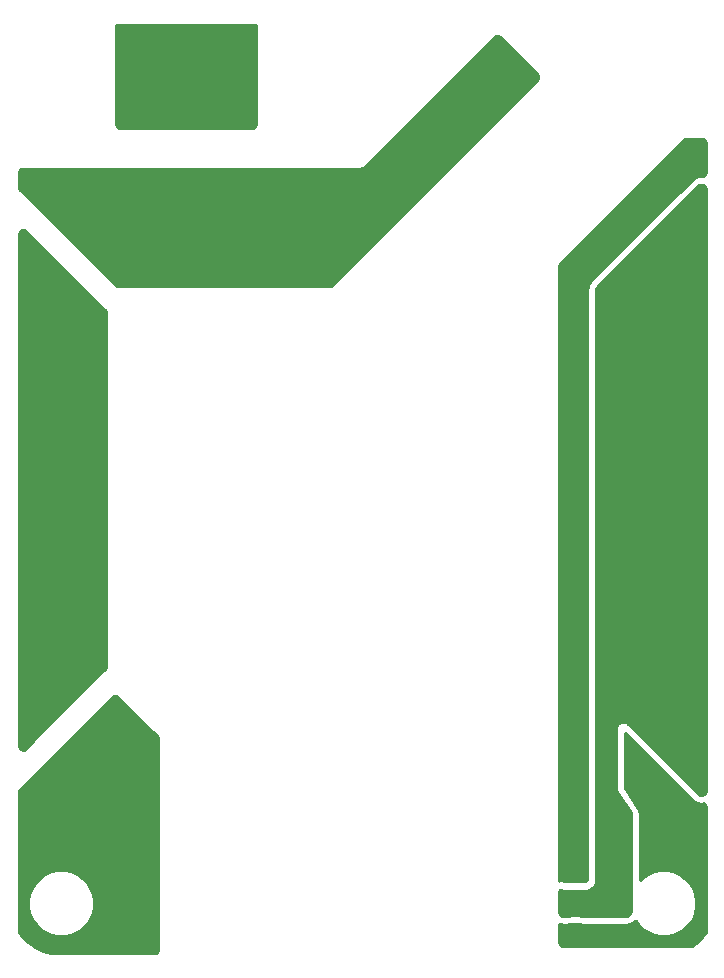
<source format=gbr>
%TF.GenerationSoftware,KiCad,Pcbnew,(5.1.9-0-10_14)*%
%TF.CreationDate,2021-04-08T14:44:04+02:00*%
%TF.ProjectId,Transformer-DBX286s,5472616e-7366-46f7-926d-65722d444258,rev?*%
%TF.SameCoordinates,Original*%
%TF.FileFunction,Copper,L2,Bot*%
%TF.FilePolarity,Positive*%
%FSLAX46Y46*%
G04 Gerber Fmt 4.6, Leading zero omitted, Abs format (unit mm)*
G04 Created by KiCad (PCBNEW (5.1.9-0-10_14)) date 2021-04-08 14:44:04*
%MOMM*%
%LPD*%
G01*
G04 APERTURE LIST*
%TA.AperFunction,ComponentPad*%
%ADD10O,2.190000X1.740000*%
%TD*%
%TA.AperFunction,ComponentPad*%
%ADD11C,2.000000*%
%TD*%
%TA.AperFunction,ComponentPad*%
%ADD12O,1.300000X1.800000*%
%TD*%
%TA.AperFunction,ComponentPad*%
%ADD13C,3.000000*%
%TD*%
%TA.AperFunction,Conductor*%
%ADD14C,0.254000*%
%TD*%
%TA.AperFunction,Conductor*%
%ADD15C,0.100000*%
%TD*%
G04 APERTURE END LIST*
D10*
%TO.P,J3,3*%
%TO.N,/OUT3*%
X168000000Y-137540000D03*
%TO.P,J3,2*%
%TO.N,/OUT2*%
X168000000Y-135000000D03*
%TO.P,J3,1*%
%TO.N,/OUT1*%
%TA.AperFunction,ComponentPad*%
G36*
G01*
X167154999Y-131590000D02*
X168845001Y-131590000D01*
G75*
G02*
X169095000Y-131839999I0J-249999D01*
G01*
X169095000Y-133080001D01*
G75*
G02*
X168845001Y-133330000I-249999J0D01*
G01*
X167154999Y-133330000D01*
G75*
G02*
X166905000Y-133080001I0J249999D01*
G01*
X166905000Y-131839999D01*
G75*
G02*
X167154999Y-131590000I249999J0D01*
G01*
G37*
%TD.AperFunction*%
%TD*%
D11*
%TO.P,J2,1*%
%TO.N,/IN2*%
X131000000Y-132460000D03*
X131000000Y-137540000D03*
%TD*%
D12*
%TO.P,T2,4*%
%TO.N,/IN2*%
X124600000Y-122860000D03*
%TO.P,T2,3*%
%TO.N,/IN3*%
X124600000Y-117780000D03*
%TO.P,T2,2*%
X124600000Y-82220000D03*
%TO.P,T2,1*%
%TO.N,/IN1*%
X124600000Y-77140000D03*
%TO.P,T2,5*%
%TO.N,/OUT1*%
X175400000Y-74600000D03*
%TO.P,T2,6*%
%TO.N,/OUT2*%
X175400000Y-79680000D03*
%TO.P,T2,7*%
X175400000Y-120320000D03*
%TO.P,T2,8*%
%TO.N,/OUT3*%
X175400000Y-125400000D03*
%TD*%
%TO.P,T3,4*%
%TO.N,/IN2*%
X127140000Y-120320000D03*
%TO.P,T3,3*%
%TO.N,/IN3*%
X127140000Y-115240000D03*
%TO.P,T3,2*%
X127140000Y-84760000D03*
%TO.P,T3,1*%
%TO.N,/IN1*%
X127140000Y-79680000D03*
%TO.P,T3,5*%
%TO.N,/OUT1*%
X172860000Y-77140000D03*
%TO.P,T3,6*%
%TO.N,/OUT2*%
X172860000Y-82220000D03*
%TO.P,T3,7*%
X172860000Y-117780000D03*
%TO.P,T3,8*%
%TO.N,/OUT3*%
X172860000Y-122860000D03*
%TD*%
D13*
%TO.P,F1,2*%
%TO.N,Net-(F1-Pad2)*%
X138750000Y-65075000D03*
%TO.P,F1,1*%
%TO.N,/IN1*%
X161250000Y-65075000D03*
%TD*%
D12*
%TO.P,T1,8*%
%TO.N,/OUT3*%
X177940000Y-127940000D03*
%TO.P,T1,7*%
%TO.N,/OUT2*%
X177940000Y-122860000D03*
%TO.P,T1,6*%
X177940000Y-77140000D03*
%TO.P,T1,5*%
%TO.N,/OUT1*%
X177940000Y-72060000D03*
%TO.P,T1,1*%
%TO.N,/IN1*%
X122060000Y-74600000D03*
%TO.P,T1,2*%
%TO.N,/IN3*%
X122060000Y-79680000D03*
%TO.P,T1,3*%
X122060000Y-120320000D03*
%TO.P,T1,4*%
%TO.N,/IN2*%
X122060000Y-125400000D03*
%TD*%
D11*
%TO.P,J1,1*%
%TO.N,Net-(F1-Pad2)*%
X131000000Y-67540000D03*
X131000000Y-62460000D03*
%TD*%
D14*
%TO.N,/IN3*%
X121344366Y-77992744D02*
X127966233Y-84614614D01*
X127991419Y-84635284D01*
X127995540Y-84639405D01*
X128002702Y-84645204D01*
X128032187Y-84668742D01*
X128041549Y-84676425D01*
X128042344Y-84676850D01*
X128071188Y-84699876D01*
X128121339Y-84732445D01*
X128171068Y-84765735D01*
X128179219Y-84770033D01*
X128239662Y-84801363D01*
X128268960Y-84872095D01*
X128283000Y-84978741D01*
X128283000Y-115021259D01*
X128268960Y-115127905D01*
X128239930Y-115197988D01*
X128165830Y-115237721D01*
X128116126Y-115270995D01*
X128065958Y-115303574D01*
X128058797Y-115309373D01*
X127991081Y-115364995D01*
X127991078Y-115364998D01*
X127966234Y-115385387D01*
X121344364Y-122007256D01*
X121260792Y-122011362D01*
X121152730Y-121984293D01*
X121057177Y-121927022D01*
X120982365Y-121844479D01*
X120934735Y-121743773D01*
X120917000Y-121624215D01*
X120917000Y-78375785D01*
X120934735Y-78256227D01*
X120982365Y-78155521D01*
X121057177Y-78072978D01*
X121152730Y-78015707D01*
X121260792Y-77988638D01*
X121344366Y-77992744D01*
%TA.AperFunction,Conductor*%
D15*
G36*
X121344366Y-77992744D02*
G01*
X127966233Y-84614614D01*
X127991419Y-84635284D01*
X127995540Y-84639405D01*
X128002702Y-84645204D01*
X128032187Y-84668742D01*
X128041549Y-84676425D01*
X128042344Y-84676850D01*
X128071188Y-84699876D01*
X128121339Y-84732445D01*
X128171068Y-84765735D01*
X128179219Y-84770033D01*
X128239662Y-84801363D01*
X128268960Y-84872095D01*
X128283000Y-84978741D01*
X128283000Y-115021259D01*
X128268960Y-115127905D01*
X128239930Y-115197988D01*
X128165830Y-115237721D01*
X128116126Y-115270995D01*
X128065958Y-115303574D01*
X128058797Y-115309373D01*
X127991081Y-115364995D01*
X127991078Y-115364998D01*
X127966234Y-115385387D01*
X121344364Y-122007256D01*
X121260792Y-122011362D01*
X121152730Y-121984293D01*
X121057177Y-121927022D01*
X120982365Y-121844479D01*
X120934735Y-121743773D01*
X120917000Y-121624215D01*
X120917000Y-78375785D01*
X120934735Y-78256227D01*
X120982365Y-78155521D01*
X121057177Y-78072978D01*
X121152730Y-78015707D01*
X121260792Y-77988638D01*
X121344366Y-77992744D01*
G37*
%TD.AperFunction*%
%TD*%
D14*
%TO.N,/IN2*%
X129143323Y-117496460D02*
X129234954Y-117534416D01*
X129320288Y-117599894D01*
X132610523Y-120890129D01*
X132676007Y-120975469D01*
X132713960Y-121067095D01*
X132728000Y-121173741D01*
X132728000Y-138853679D01*
X132713960Y-138960325D01*
X132676007Y-139051951D01*
X132615632Y-139130632D01*
X132536951Y-139191007D01*
X132445325Y-139228960D01*
X132338679Y-139243000D01*
X123637510Y-139243000D01*
X122988110Y-139065344D01*
X122292096Y-138733363D01*
X121665870Y-138283374D01*
X121129223Y-137729597D01*
X120917000Y-137413776D01*
X120917000Y-134725701D01*
X121715000Y-134725701D01*
X121715000Y-135274299D01*
X121822026Y-135812354D01*
X122031965Y-136319192D01*
X122336750Y-136775334D01*
X122724666Y-137163250D01*
X123180808Y-137468035D01*
X123687646Y-137677974D01*
X124225701Y-137785000D01*
X124774299Y-137785000D01*
X125312354Y-137677974D01*
X125819192Y-137468035D01*
X126275334Y-137163250D01*
X126663250Y-136775334D01*
X126968035Y-136319192D01*
X127177974Y-135812354D01*
X127285000Y-135274299D01*
X127285000Y-134725701D01*
X127177974Y-134187646D01*
X126968035Y-133680808D01*
X126663250Y-133224666D01*
X126275334Y-132836750D01*
X125819192Y-132531965D01*
X125312354Y-132322026D01*
X124774299Y-132215000D01*
X124225701Y-132215000D01*
X123687646Y-132322026D01*
X123180808Y-132531965D01*
X122724666Y-132836750D01*
X122336750Y-133224666D01*
X122031965Y-133680808D01*
X121822026Y-134187646D01*
X121715000Y-134725701D01*
X120917000Y-134725701D01*
X120917000Y-125618741D01*
X120931040Y-125512095D01*
X120960069Y-125442014D01*
X121034165Y-125402285D01*
X121083856Y-125369020D01*
X121134047Y-125336425D01*
X121141208Y-125330625D01*
X121208924Y-125275003D01*
X121208932Y-125274995D01*
X121233766Y-125254614D01*
X128998779Y-117489600D01*
X129045000Y-117483515D01*
X129143323Y-117496460D01*
%TA.AperFunction,Conductor*%
D15*
G36*
X129143323Y-117496460D02*
G01*
X129234954Y-117534416D01*
X129320288Y-117599894D01*
X132610523Y-120890129D01*
X132676007Y-120975469D01*
X132713960Y-121067095D01*
X132728000Y-121173741D01*
X132728000Y-138853679D01*
X132713960Y-138960325D01*
X132676007Y-139051951D01*
X132615632Y-139130632D01*
X132536951Y-139191007D01*
X132445325Y-139228960D01*
X132338679Y-139243000D01*
X123637510Y-139243000D01*
X122988110Y-139065344D01*
X122292096Y-138733363D01*
X121665870Y-138283374D01*
X121129223Y-137729597D01*
X120917000Y-137413776D01*
X120917000Y-134725701D01*
X121715000Y-134725701D01*
X121715000Y-135274299D01*
X121822026Y-135812354D01*
X122031965Y-136319192D01*
X122336750Y-136775334D01*
X122724666Y-137163250D01*
X123180808Y-137468035D01*
X123687646Y-137677974D01*
X124225701Y-137785000D01*
X124774299Y-137785000D01*
X125312354Y-137677974D01*
X125819192Y-137468035D01*
X126275334Y-137163250D01*
X126663250Y-136775334D01*
X126968035Y-136319192D01*
X127177974Y-135812354D01*
X127285000Y-135274299D01*
X127285000Y-134725701D01*
X127177974Y-134187646D01*
X126968035Y-133680808D01*
X126663250Y-133224666D01*
X126275334Y-132836750D01*
X125819192Y-132531965D01*
X125312354Y-132322026D01*
X124774299Y-132215000D01*
X124225701Y-132215000D01*
X123687646Y-132322026D01*
X123180808Y-132531965D01*
X122724666Y-132836750D01*
X122336750Y-133224666D01*
X122031965Y-133680808D01*
X121822026Y-134187646D01*
X121715000Y-134725701D01*
X120917000Y-134725701D01*
X120917000Y-125618741D01*
X120931040Y-125512095D01*
X120960069Y-125442014D01*
X121034165Y-125402285D01*
X121083856Y-125369020D01*
X121134047Y-125336425D01*
X121141208Y-125330625D01*
X121208924Y-125275003D01*
X121208932Y-125274995D01*
X121233766Y-125254614D01*
X128998779Y-117489600D01*
X129045000Y-117483515D01*
X129143323Y-117496460D01*
G37*
%TD.AperFunction*%
%TD*%
D14*
%TO.N,/IN1*%
X161528323Y-61616460D02*
X161619954Y-61654416D01*
X161705288Y-61719894D01*
X164785106Y-64799712D01*
X164850584Y-64885046D01*
X164888540Y-64976677D01*
X164901485Y-65075000D01*
X164888540Y-65173323D01*
X164850584Y-65264954D01*
X164785106Y-65350288D01*
X147524871Y-82610523D01*
X147439531Y-82676007D01*
X147347905Y-82713960D01*
X147241259Y-82728000D01*
X129263741Y-82728000D01*
X129209201Y-82720820D01*
X121233765Y-74745387D01*
X121208586Y-74724723D01*
X121204459Y-74720596D01*
X121197297Y-74714797D01*
X121167743Y-74691204D01*
X121158448Y-74683576D01*
X121157659Y-74683154D01*
X121128811Y-74660125D01*
X121078655Y-74627553D01*
X121028932Y-74594266D01*
X121020780Y-74589968D01*
X120960339Y-74558639D01*
X120931040Y-74487905D01*
X120917000Y-74381259D01*
X120917000Y-73211321D01*
X120931040Y-73104675D01*
X120968993Y-73013049D01*
X121029368Y-72934368D01*
X121108049Y-72873993D01*
X121199675Y-72836040D01*
X121306321Y-72822000D01*
X149789580Y-72822000D01*
X149806157Y-72820913D01*
X149937637Y-72803603D01*
X149969660Y-72795023D01*
X150092180Y-72744274D01*
X150120893Y-72727697D01*
X150226103Y-72646966D01*
X150238593Y-72636013D01*
X161154712Y-61719894D01*
X161240046Y-61654416D01*
X161331677Y-61616460D01*
X161430000Y-61603515D01*
X161528323Y-61616460D01*
%TA.AperFunction,Conductor*%
D15*
G36*
X161528323Y-61616460D02*
G01*
X161619954Y-61654416D01*
X161705288Y-61719894D01*
X164785106Y-64799712D01*
X164850584Y-64885046D01*
X164888540Y-64976677D01*
X164901485Y-65075000D01*
X164888540Y-65173323D01*
X164850584Y-65264954D01*
X164785106Y-65350288D01*
X147524871Y-82610523D01*
X147439531Y-82676007D01*
X147347905Y-82713960D01*
X147241259Y-82728000D01*
X129263741Y-82728000D01*
X129209201Y-82720820D01*
X121233765Y-74745387D01*
X121208586Y-74724723D01*
X121204459Y-74720596D01*
X121197297Y-74714797D01*
X121167743Y-74691204D01*
X121158448Y-74683576D01*
X121157659Y-74683154D01*
X121128811Y-74660125D01*
X121078655Y-74627553D01*
X121028932Y-74594266D01*
X121020780Y-74589968D01*
X120960339Y-74558639D01*
X120931040Y-74487905D01*
X120917000Y-74381259D01*
X120917000Y-73211321D01*
X120931040Y-73104675D01*
X120968993Y-73013049D01*
X121029368Y-72934368D01*
X121108049Y-72873993D01*
X121199675Y-72836040D01*
X121306321Y-72822000D01*
X149789580Y-72822000D01*
X149806157Y-72820913D01*
X149937637Y-72803603D01*
X149969660Y-72795023D01*
X150092180Y-72744274D01*
X150120893Y-72727697D01*
X150226103Y-72646966D01*
X150238593Y-72636013D01*
X161154712Y-61719894D01*
X161240046Y-61654416D01*
X161331677Y-61616460D01*
X161430000Y-61603515D01*
X161528323Y-61616460D01*
G37*
%TD.AperFunction*%
%TD*%
D14*
%TO.N,Net-(F1-Pad2)*%
X140983000Y-69003679D02*
X140968960Y-69110325D01*
X140931007Y-69201951D01*
X140870632Y-69280632D01*
X140791951Y-69341007D01*
X140700325Y-69378960D01*
X140593679Y-69393000D01*
X129561321Y-69393000D01*
X129454675Y-69378960D01*
X129363049Y-69341007D01*
X129284368Y-69280632D01*
X129223993Y-69201951D01*
X129186040Y-69110325D01*
X129172000Y-69003679D01*
X129172000Y-60660000D01*
X140983000Y-60660000D01*
X140983000Y-69003679D01*
%TA.AperFunction,Conductor*%
D15*
G36*
X140983000Y-69003679D02*
G01*
X140968960Y-69110325D01*
X140931007Y-69201951D01*
X140870632Y-69280632D01*
X140791951Y-69341007D01*
X140700325Y-69378960D01*
X140593679Y-69393000D01*
X129561321Y-69393000D01*
X129454675Y-69378960D01*
X129363049Y-69341007D01*
X129284368Y-69280632D01*
X129223993Y-69201951D01*
X129186040Y-69110325D01*
X129172000Y-69003679D01*
X129172000Y-60660000D01*
X140983000Y-60660000D01*
X140983000Y-69003679D01*
G37*
%TD.AperFunction*%
%TD*%
D14*
%TO.N,/OUT3*%
X177893777Y-126251803D02*
X177964519Y-126312825D01*
X178084259Y-126401631D01*
X178136078Y-126436256D01*
X178248609Y-126489478D01*
X178388973Y-126539700D01*
X178571736Y-126576053D01*
X178720635Y-126583368D01*
X178782951Y-126583368D01*
X178906086Y-126565103D01*
X178921609Y-126561215D01*
X178965523Y-126605129D01*
X179031007Y-126690469D01*
X179068960Y-126782095D01*
X179083000Y-126888741D01*
X179083000Y-137417156D01*
X178783374Y-137834130D01*
X178229597Y-138370777D01*
X177876572Y-138608000D01*
X167026321Y-138608000D01*
X166919675Y-138593960D01*
X166828049Y-138556007D01*
X166749368Y-138495632D01*
X166688993Y-138416951D01*
X166651040Y-138325325D01*
X166637000Y-138218679D01*
X166637000Y-136761654D01*
X166643518Y-136764354D01*
X166803634Y-136807257D01*
X166935114Y-136824567D01*
X167018000Y-136830000D01*
X172352000Y-136830000D01*
X172434886Y-136824567D01*
X172566366Y-136807257D01*
X172726482Y-136764354D01*
X172849002Y-136713605D01*
X172992565Y-136630719D01*
X173097775Y-136549988D01*
X173150769Y-136496994D01*
X173336750Y-136775334D01*
X173724666Y-137163250D01*
X174180808Y-137468035D01*
X174687646Y-137677974D01*
X175225701Y-137785000D01*
X175774299Y-137785000D01*
X176312354Y-137677974D01*
X176819192Y-137468035D01*
X177275334Y-137163250D01*
X177663250Y-136775334D01*
X177968035Y-136319192D01*
X178177974Y-135812354D01*
X178285000Y-135274299D01*
X178285000Y-134725701D01*
X178177974Y-134187646D01*
X177968035Y-133680808D01*
X177663250Y-133224666D01*
X177275334Y-132836750D01*
X176819192Y-132531965D01*
X176312354Y-132322026D01*
X175774299Y-132215000D01*
X175225701Y-132215000D01*
X174687646Y-132322026D01*
X174180808Y-132531965D01*
X173724666Y-132836750D01*
X173495000Y-133066416D01*
X173495000Y-127458810D01*
X173488152Y-127365801D01*
X173466355Y-127218591D01*
X173412450Y-127040555D01*
X173348929Y-126905977D01*
X173303034Y-126824787D01*
X172229606Y-125214647D01*
X172226178Y-125207384D01*
X172225000Y-125199430D01*
X172225000Y-120583026D01*
X177893777Y-126251803D01*
%TA.AperFunction,Conductor*%
D15*
G36*
X177893777Y-126251803D02*
G01*
X177964519Y-126312825D01*
X178084259Y-126401631D01*
X178136078Y-126436256D01*
X178248609Y-126489478D01*
X178388973Y-126539700D01*
X178571736Y-126576053D01*
X178720635Y-126583368D01*
X178782951Y-126583368D01*
X178906086Y-126565103D01*
X178921609Y-126561215D01*
X178965523Y-126605129D01*
X179031007Y-126690469D01*
X179068960Y-126782095D01*
X179083000Y-126888741D01*
X179083000Y-137417156D01*
X178783374Y-137834130D01*
X178229597Y-138370777D01*
X177876572Y-138608000D01*
X167026321Y-138608000D01*
X166919675Y-138593960D01*
X166828049Y-138556007D01*
X166749368Y-138495632D01*
X166688993Y-138416951D01*
X166651040Y-138325325D01*
X166637000Y-138218679D01*
X166637000Y-136761654D01*
X166643518Y-136764354D01*
X166803634Y-136807257D01*
X166935114Y-136824567D01*
X167018000Y-136830000D01*
X172352000Y-136830000D01*
X172434886Y-136824567D01*
X172566366Y-136807257D01*
X172726482Y-136764354D01*
X172849002Y-136713605D01*
X172992565Y-136630719D01*
X173097775Y-136549988D01*
X173150769Y-136496994D01*
X173336750Y-136775334D01*
X173724666Y-137163250D01*
X174180808Y-137468035D01*
X174687646Y-137677974D01*
X175225701Y-137785000D01*
X175774299Y-137785000D01*
X176312354Y-137677974D01*
X176819192Y-137468035D01*
X177275334Y-137163250D01*
X177663250Y-136775334D01*
X177968035Y-136319192D01*
X178177974Y-135812354D01*
X178285000Y-135274299D01*
X178285000Y-134725701D01*
X178177974Y-134187646D01*
X177968035Y-133680808D01*
X177663250Y-133224666D01*
X177275334Y-132836750D01*
X176819192Y-132531965D01*
X176312354Y-132322026D01*
X175774299Y-132215000D01*
X175225701Y-132215000D01*
X174687646Y-132322026D01*
X174180808Y-132531965D01*
X173724666Y-132836750D01*
X173495000Y-133066416D01*
X173495000Y-127458810D01*
X173488152Y-127365801D01*
X173466355Y-127218591D01*
X173412450Y-127040555D01*
X173348929Y-126905977D01*
X173303034Y-126824787D01*
X172229606Y-125214647D01*
X172226178Y-125207384D01*
X172225000Y-125199430D01*
X172225000Y-120583026D01*
X177893777Y-126251803D01*
G37*
%TD.AperFunction*%
%TD*%
D14*
%TO.N,/OUT2*%
X178847270Y-74205707D02*
X178942823Y-74262978D01*
X179017635Y-74345521D01*
X179065265Y-74446227D01*
X179083000Y-74565785D01*
X179083000Y-125434215D01*
X179065265Y-125553773D01*
X179017635Y-125654479D01*
X178942823Y-125737022D01*
X178847270Y-125794293D01*
X178739208Y-125821362D01*
X178627940Y-125815895D01*
X178523053Y-125778367D01*
X178425973Y-125706367D01*
X172547013Y-119827407D01*
X172532864Y-119815203D01*
X172413124Y-119726397D01*
X172391770Y-119713598D01*
X172380254Y-119708828D01*
X172239890Y-119658606D01*
X172203338Y-119651335D01*
X172054439Y-119644020D01*
X172029572Y-119645242D01*
X172017348Y-119647673D01*
X171872738Y-119683896D01*
X171838306Y-119698158D01*
X171710437Y-119774799D01*
X171690440Y-119789630D01*
X171681627Y-119798443D01*
X171581512Y-119908903D01*
X171566681Y-119928900D01*
X171560806Y-119939892D01*
X171497067Y-120074657D01*
X171488680Y-120098098D01*
X171486249Y-120110321D01*
X171464375Y-120257785D01*
X171463000Y-120276420D01*
X171463000Y-125246190D01*
X171464370Y-125264792D01*
X171486167Y-125412002D01*
X171496948Y-125447609D01*
X171560469Y-125582187D01*
X171569648Y-125598425D01*
X172663825Y-127239688D01*
X172715327Y-127348803D01*
X172733000Y-127468159D01*
X172733000Y-134635209D01*
X172715000Y-134725701D01*
X172715000Y-135274299D01*
X172733000Y-135364791D01*
X172733000Y-135678679D01*
X172718960Y-135785325D01*
X172681007Y-135876951D01*
X172620632Y-135955632D01*
X172541951Y-136016007D01*
X172450325Y-136053960D01*
X172343679Y-136068000D01*
X168557032Y-136068000D01*
X168520032Y-136056776D01*
X168298936Y-136035000D01*
X167701064Y-136035000D01*
X167479968Y-136056776D01*
X167442968Y-136068000D01*
X167026321Y-136068000D01*
X166919675Y-136053960D01*
X166828049Y-136016007D01*
X166749368Y-135955632D01*
X166688993Y-135876951D01*
X166651040Y-135785325D01*
X166637000Y-135678679D01*
X166637000Y-134171321D01*
X166651040Y-134064675D01*
X166688993Y-133973049D01*
X166749368Y-133894368D01*
X166771688Y-133877241D01*
X166815149Y-133900472D01*
X166981745Y-133951008D01*
X167154999Y-133968072D01*
X168845001Y-133968072D01*
X169018255Y-133951008D01*
X169184851Y-133900472D01*
X169338387Y-133818405D01*
X169472962Y-133707962D01*
X169474129Y-133706540D01*
X169479600Y-133704274D01*
X169508313Y-133687697D01*
X169613523Y-133606966D01*
X169636966Y-133583523D01*
X169717697Y-133478313D01*
X169734274Y-133449600D01*
X169785023Y-133327080D01*
X169793603Y-133295057D01*
X169810913Y-133163577D01*
X169812000Y-133147000D01*
X169812000Y-83073741D01*
X169826040Y-82967095D01*
X169863993Y-82875469D01*
X169929477Y-82790129D01*
X178425973Y-74293633D01*
X178523053Y-74221633D01*
X178627940Y-74184105D01*
X178739208Y-74178638D01*
X178847270Y-74205707D01*
%TA.AperFunction,Conductor*%
D15*
G36*
X178847270Y-74205707D02*
G01*
X178942823Y-74262978D01*
X179017635Y-74345521D01*
X179065265Y-74446227D01*
X179083000Y-74565785D01*
X179083000Y-125434215D01*
X179065265Y-125553773D01*
X179017635Y-125654479D01*
X178942823Y-125737022D01*
X178847270Y-125794293D01*
X178739208Y-125821362D01*
X178627940Y-125815895D01*
X178523053Y-125778367D01*
X178425973Y-125706367D01*
X172547013Y-119827407D01*
X172532864Y-119815203D01*
X172413124Y-119726397D01*
X172391770Y-119713598D01*
X172380254Y-119708828D01*
X172239890Y-119658606D01*
X172203338Y-119651335D01*
X172054439Y-119644020D01*
X172029572Y-119645242D01*
X172017348Y-119647673D01*
X171872738Y-119683896D01*
X171838306Y-119698158D01*
X171710437Y-119774799D01*
X171690440Y-119789630D01*
X171681627Y-119798443D01*
X171581512Y-119908903D01*
X171566681Y-119928900D01*
X171560806Y-119939892D01*
X171497067Y-120074657D01*
X171488680Y-120098098D01*
X171486249Y-120110321D01*
X171464375Y-120257785D01*
X171463000Y-120276420D01*
X171463000Y-125246190D01*
X171464370Y-125264792D01*
X171486167Y-125412002D01*
X171496948Y-125447609D01*
X171560469Y-125582187D01*
X171569648Y-125598425D01*
X172663825Y-127239688D01*
X172715327Y-127348803D01*
X172733000Y-127468159D01*
X172733000Y-134635209D01*
X172715000Y-134725701D01*
X172715000Y-135274299D01*
X172733000Y-135364791D01*
X172733000Y-135678679D01*
X172718960Y-135785325D01*
X172681007Y-135876951D01*
X172620632Y-135955632D01*
X172541951Y-136016007D01*
X172450325Y-136053960D01*
X172343679Y-136068000D01*
X168557032Y-136068000D01*
X168520032Y-136056776D01*
X168298936Y-136035000D01*
X167701064Y-136035000D01*
X167479968Y-136056776D01*
X167442968Y-136068000D01*
X167026321Y-136068000D01*
X166919675Y-136053960D01*
X166828049Y-136016007D01*
X166749368Y-135955632D01*
X166688993Y-135876951D01*
X166651040Y-135785325D01*
X166637000Y-135678679D01*
X166637000Y-134171321D01*
X166651040Y-134064675D01*
X166688993Y-133973049D01*
X166749368Y-133894368D01*
X166771688Y-133877241D01*
X166815149Y-133900472D01*
X166981745Y-133951008D01*
X167154999Y-133968072D01*
X168845001Y-133968072D01*
X169018255Y-133951008D01*
X169184851Y-133900472D01*
X169338387Y-133818405D01*
X169472962Y-133707962D01*
X169474129Y-133706540D01*
X169479600Y-133704274D01*
X169508313Y-133687697D01*
X169613523Y-133606966D01*
X169636966Y-133583523D01*
X169717697Y-133478313D01*
X169734274Y-133449600D01*
X169785023Y-133327080D01*
X169793603Y-133295057D01*
X169810913Y-133163577D01*
X169812000Y-133147000D01*
X169812000Y-83073741D01*
X169826040Y-82967095D01*
X169863993Y-82875469D01*
X169929477Y-82790129D01*
X178425973Y-74293633D01*
X178523053Y-74221633D01*
X178627940Y-74184105D01*
X178739208Y-74178638D01*
X178847270Y-74205707D01*
G37*
%TD.AperFunction*%
%TD*%
D14*
%TO.N,/OUT1*%
X178800325Y-70296040D02*
X178891951Y-70333993D01*
X178970632Y-70394368D01*
X179031007Y-70473049D01*
X179068960Y-70564675D01*
X179083000Y-70671321D01*
X179083000Y-73111259D01*
X179068960Y-73217905D01*
X179031007Y-73309531D01*
X178965523Y-73394871D01*
X178921609Y-73438785D01*
X178906086Y-73434897D01*
X178844967Y-73422740D01*
X178720635Y-73416632D01*
X178571736Y-73423947D01*
X178388973Y-73460300D01*
X178248609Y-73510522D01*
X178191030Y-73534372D01*
X178084259Y-73598369D01*
X177964519Y-73687175D01*
X177893777Y-73748197D01*
X169384777Y-82257197D01*
X169330012Y-82319645D01*
X169249281Y-82424855D01*
X169166395Y-82568418D01*
X169115646Y-82690938D01*
X169072743Y-82851054D01*
X169055433Y-82982534D01*
X169050000Y-83065420D01*
X169050000Y-133020000D01*
X167018000Y-133020000D01*
X166935114Y-133025433D01*
X166803634Y-133042743D01*
X166643518Y-133085646D01*
X166637000Y-133088346D01*
X166637000Y-81168741D01*
X166651040Y-81062095D01*
X166688993Y-80970469D01*
X166754477Y-80885129D01*
X177240129Y-70399477D01*
X177325469Y-70333993D01*
X177417095Y-70296040D01*
X177523741Y-70282000D01*
X178693679Y-70282000D01*
X178800325Y-70296040D01*
%TA.AperFunction,Conductor*%
D15*
G36*
X178800325Y-70296040D02*
G01*
X178891951Y-70333993D01*
X178970632Y-70394368D01*
X179031007Y-70473049D01*
X179068960Y-70564675D01*
X179083000Y-70671321D01*
X179083000Y-73111259D01*
X179068960Y-73217905D01*
X179031007Y-73309531D01*
X178965523Y-73394871D01*
X178921609Y-73438785D01*
X178906086Y-73434897D01*
X178844967Y-73422740D01*
X178720635Y-73416632D01*
X178571736Y-73423947D01*
X178388973Y-73460300D01*
X178248609Y-73510522D01*
X178191030Y-73534372D01*
X178084259Y-73598369D01*
X177964519Y-73687175D01*
X177893777Y-73748197D01*
X169384777Y-82257197D01*
X169330012Y-82319645D01*
X169249281Y-82424855D01*
X169166395Y-82568418D01*
X169115646Y-82690938D01*
X169072743Y-82851054D01*
X169055433Y-82982534D01*
X169050000Y-83065420D01*
X169050000Y-133020000D01*
X167018000Y-133020000D01*
X166935114Y-133025433D01*
X166803634Y-133042743D01*
X166643518Y-133085646D01*
X166637000Y-133088346D01*
X166637000Y-81168741D01*
X166651040Y-81062095D01*
X166688993Y-80970469D01*
X166754477Y-80885129D01*
X177240129Y-70399477D01*
X177325469Y-70333993D01*
X177417095Y-70296040D01*
X177523741Y-70282000D01*
X178693679Y-70282000D01*
X178800325Y-70296040D01*
G37*
%TD.AperFunction*%
%TD*%
M02*

</source>
